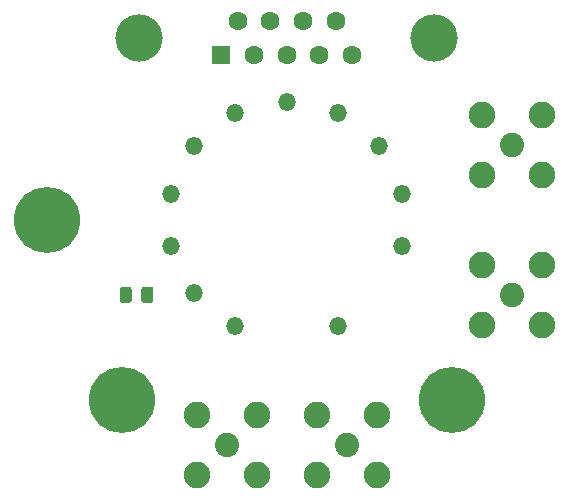
<source format=gbr>
%TF.GenerationSoftware,KiCad,Pcbnew,5.1.10*%
%TF.CreationDate,2022-04-07T11:00:07+02:00*%
%TF.ProjectId,breakoutPcb,62726561-6b6f-4757-9450-63622e6b6963,rev?*%
%TF.SameCoordinates,Original*%
%TF.FileFunction,Soldermask,Top*%
%TF.FilePolarity,Negative*%
%FSLAX46Y46*%
G04 Gerber Fmt 4.6, Leading zero omitted, Abs format (unit mm)*
G04 Created by KiCad (PCBNEW 5.1.10) date 2022-04-07 11:00:07*
%MOMM*%
%LPD*%
G01*
G04 APERTURE LIST*
%ADD10C,5.600000*%
%ADD11C,4.000000*%
%ADD12C,1.600000*%
%ADD13R,1.600000X1.600000*%
%ADD14C,2.250000*%
%ADD15C,2.050000*%
%ADD16O,1.500000X1.500000*%
G04 APERTURE END LIST*
D10*
%TO.C,REF\u002A\u002A*%
X62230000Y-91440000D03*
%TD*%
%TO.C,REF\u002A\u002A*%
X90170000Y-91440000D03*
%TD*%
%TO.C,REF\u002A\u002A*%
X55880000Y-76200000D03*
%TD*%
D11*
%TO.C,J1*%
X63700000Y-60810000D03*
X88700000Y-60810000D03*
D12*
X80355000Y-59390000D03*
X77585000Y-59390000D03*
X74815000Y-59390000D03*
X72045000Y-59390000D03*
X81740000Y-62230000D03*
X78970000Y-62230000D03*
X76200000Y-62230000D03*
X73430000Y-62230000D03*
D13*
X70660000Y-62230000D03*
%TD*%
%TO.C,JP1*%
G36*
G01*
X63100000Y-82099998D02*
X63100000Y-83000002D01*
G75*
G02*
X62850002Y-83250000I-249998J0D01*
G01*
X62324998Y-83250000D01*
G75*
G02*
X62075000Y-83000002I0J249998D01*
G01*
X62075000Y-82099998D01*
G75*
G02*
X62324998Y-81850000I249998J0D01*
G01*
X62850002Y-81850000D01*
G75*
G02*
X63100000Y-82099998I0J-249998D01*
G01*
G37*
G36*
G01*
X64925000Y-82099998D02*
X64925000Y-83000002D01*
G75*
G02*
X64675002Y-83250000I-249998J0D01*
G01*
X64149998Y-83250000D01*
G75*
G02*
X63900000Y-83000002I0J249998D01*
G01*
X63900000Y-82099998D01*
G75*
G02*
X64149998Y-81850000I249998J0D01*
G01*
X64675002Y-81850000D01*
G75*
G02*
X64925000Y-82099998I0J-249998D01*
G01*
G37*
%TD*%
D14*
%TO.C,J5*%
X92710000Y-85090000D03*
X92710000Y-80010000D03*
X97790000Y-80010000D03*
X97790000Y-85090000D03*
D15*
X95250000Y-82550000D03*
%TD*%
D14*
%TO.C,J4*%
X92710000Y-72390000D03*
X92710000Y-67310000D03*
X97790000Y-67310000D03*
X97790000Y-72390000D03*
D15*
X95250000Y-69850000D03*
%TD*%
D14*
%TO.C,J3*%
X68580000Y-97790000D03*
X68580000Y-92710000D03*
X73660000Y-92710000D03*
X73660000Y-97790000D03*
D15*
X71120000Y-95250000D03*
%TD*%
D14*
%TO.C,J2*%
X78740000Y-97790000D03*
X78740000Y-92710000D03*
X83820000Y-92710000D03*
X83820000Y-97790000D03*
D15*
X81280000Y-95250000D03*
%TD*%
D16*
%TO.C,CRT1*%
X80538837Y-67190312D03*
X84018314Y-69965102D03*
X85949279Y-73974791D03*
X85949279Y-78425209D03*
X80538837Y-85209688D03*
X71861163Y-85209688D03*
X68381686Y-82434898D03*
X66450721Y-78425209D03*
X66450721Y-73974791D03*
X68381686Y-69965102D03*
X71861163Y-67190312D03*
X76200000Y-66200000D03*
%TD*%
M02*

</source>
